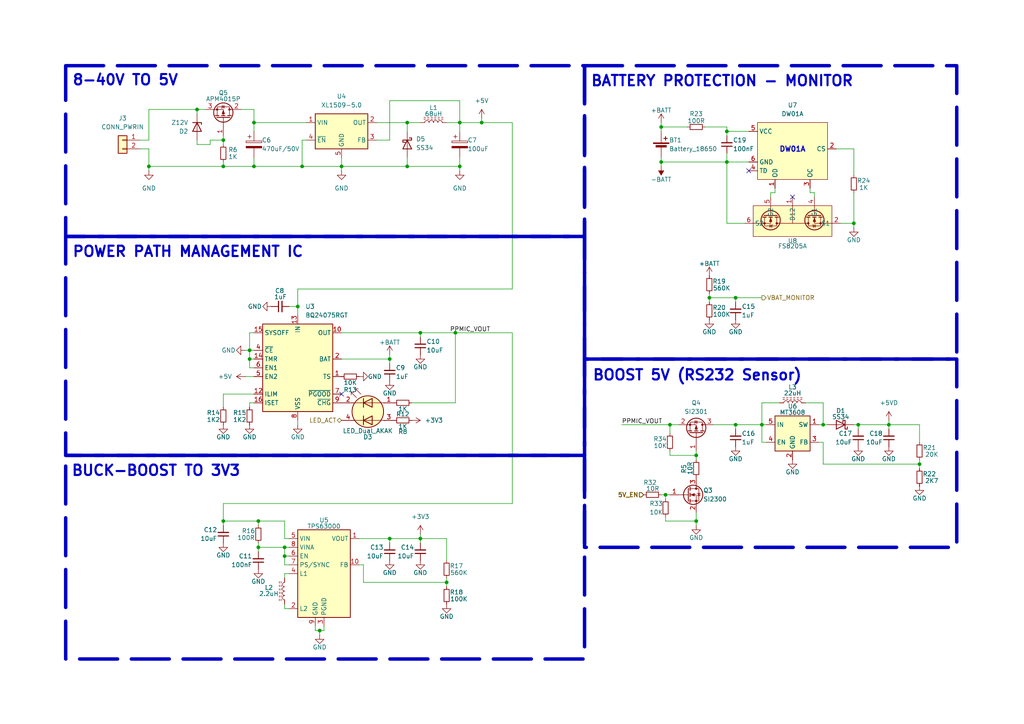
<source format=kicad_sch>
(kicad_sch (version 20231120) (generator "eeschema") (generator_version "8.0")
  (paper "A4")
  (lib_symbols
    (symbol "Battery_Management:BQ24075RGT"
      (property "Reference" "U" (at -8.89 13.97 0))
      (property "Value" "BQ24075RGT" (at 16.51 13.97 0))
      (symbol "BQ24075RGT_1_1"
        (pin passive line (at 12.7 -2.54 180) (length 2.54) (name "TS") (number "1"))
        (pin power_out line (at 12.7 10.16 180) (length 2.54) (name "OUT") (number "10"))
        (pin passive line (at 12.7 10.16 180) (length 2.54) hide (name "OUT") (number "11"))
        (pin passive line (at -12.7 -7.62 0) (length 2.54) (name "ILIM") (number "12"))
        (pin power_in line (at 0 15.24 270) (length 2.54) (name "IN") (number "13"))
        (pin input line (at -12.7 2.54 0) (length 2.54) (name "TMR") (number "14"))
        (pin input line (at -12.7 10.16 0) (length 2.54) (name "SYSOFF") (number "15"))
        (pin passive line (at -12.7 -10.16 0) (length 2.54) (name "ISET") (number "16"))
        (pin passive line (at 0 -15.24 90) (length 2.54) hide (name "VSS") (number "17"))
        (pin power_out line (at 12.7 2.54 180) (length 2.54) (name "BAT") (number "2"))
        (pin passive line (at 12.7 2.54 180) (length 2.54) hide (name "BAT") (number "3"))
        (pin input line (at -12.7 5.08 0) (length 2.54) (name "~{CE}") (number "4"))
        (pin input line (at -12.7 -2.54 0) (length 2.54) (name "EN2") (number "5"))
        (pin input line (at -12.7 0 0) (length 2.54) (name "EN1") (number "6"))
        (pin open_collector line (at 12.7 -7.62 180) (length 2.54) (name "~{PGOOD}") (number "7"))
        (pin power_in line (at 0 -15.24 90) (length 2.54) (name "VSS") (number "8"))
        (pin open_collector line (at 12.7 -10.16 180) (length 2.54) (name "~{CHG}") (number "9"))
      )
    )
    (symbol "Connector_Generic:Conn_01x02" (pin_names (offset 1.016) hide)
      (property "Reference" "J" (at 0 2.54 0))
      (property "Value" "Conn_01x02" (at 0 -5.08 0))
      (symbol "Conn_01x02_1_1"
        (pin passive line (at -5.08 0 0) (length 3.81) (name "Pin_1") (number "1"))
        (pin passive line (at -5.08 -2.54 0) (length 3.81) (name "Pin_2") (number "2"))
      )
    )
    (symbol "Device:Battery_Cell" (pin_numbers hide) (pin_names (offset 0) hide)
      (property "Reference" "BT" (at 2.54 2.54 0))
      (property "Value" "Battery_Cell" (at 2.54 0 0))
      (symbol "Battery_Cell_1_1"
        (pin passive line (at 0 5.08 270) (length 2.54) (name "+") (number "1"))
        (pin passive line (at 0 -2.54 90) (length 2.54) (name "-") (number "2"))
      )
    )
    (symbol "Device:C_Polarized" (pin_numbers hide) (pin_names (offset 0.254))
      (property "Reference" "C" (at 0.635 2.54 0))
      (property "Value" "C_Polarized" (at 0.635 -2.54 0))
      (symbol "C_Polarized_1_1"
        (pin passive line (at 0 3.81 270) (length 2.794) (name "~") (number "1"))
        (pin passive line (at 0 -3.81 90) (length 2.794) (name "~") (number "2"))
      )
    )
    (symbol "Device:C_Small" (pin_numbers hide) (pin_names (offset 0.254) hide)
      (property "Reference" "C" (at 0.254 1.778 0))
      (property "Value" "C_Small" (at 0.254 -2.032 0))
      (symbol "C_Small_1_1"
        (pin passive line (at 0 2.54 270) (length 2.032) (name "~") (number "1"))
        (pin passive line (at 0 -2.54 90) (length 2.032) (name "~") (number "2"))
      )
    )
    (symbol "Device:LED_Dual_AKAK" (pin_names (offset 0) hide)
      (property "Reference" "D" (at 0 5.715 0))
      (property "Value" "LED_Dual_AKAK" (at 0 -6.35 0))
      (symbol "LED_Dual_AKAK_1_1"
        (pin input line (at -7.62 2.54 0) (length 3.048) (name "A1") (number "1"))
        (pin input line (at 7.62 2.54 180) (length 3.81) (name "K1") (number "2"))
        (pin input line (at -7.62 -2.54 0) (length 3.048) (name "A2") (number "3"))
        (pin input line (at 7.62 -2.54 180) (length 3.81) (name "K2") (number "4"))
      )
    )
    (symbol "Device:L_Ferrite" (pin_numbers hide) (pin_names (offset 1.016) hide)
      (property "Reference" "L" (at -1.27 0 90))
      (property "Value" "L_Ferrite" (at 2.794 0 90))
      (symbol "L_Ferrite_1_1"
        (pin passive line (at 0 3.81 270) (length 1.27) (name "1") (number "1"))
        (pin passive line (at 0 -3.81 90) (length 1.27) (name "2") (number "2"))
      )
    )
    (symbol "Device:R_Small" (pin_numbers hide) (pin_names (offset 0.254) hide)
      (property "Reference" "R" (at 0.762 0.508 0))
      (property "Value" "R_Small" (at 0.762 -1.016 0))
      (symbol "R_Small_1_1"
        (pin passive line (at 0 2.54 270) (length 0.762) (name "~") (number "1"))
        (pin passive line (at 0 -2.54 90) (length 0.762) (name "~") (number "2"))
      )
    )
    (symbol "Diode:BZV55B12" (pin_numbers hide) (pin_names hide)
      (property "Reference" "D" (at 0 2.54 0))
      (property "Value" "BZV55B12" (at 0 -2.54 0))
      (symbol "BZV55B12_1_1"
        (pin passive line (at -3.81 0 0) (length 2.54) (name "K") (number "1"))
        (pin passive line (at 3.81 0 180) (length 2.54) (name "A") (number "2"))
      )
    )
    (symbol "Diode:SS34" (pin_numbers hide) (pin_names (offset 1.016) hide)
      (property "Reference" "D" (at 0 2.54 0))
      (property "Value" "SS34" (at 0 -2.54 0))
      (symbol "SS34_1_1"
        (pin passive line (at -3.81 0 0) (length 2.54) (name "K") (number "1"))
        (pin passive line (at 3.81 0 180) (length 2.54) (name "A") (number "2"))
      )
    )
    (symbol "Libraries:DW01A"
      (property "Reference" "U" (at 0 11.43 0))
      (property "Value" "DW01A" (at 0 8.89 0))
      (symbol "DW01A_1_1"
        (text "DW01A" (at 0 0 0) (effects (font (size 1.5 1.5) (bold yes))))
        (pin output line (at -5.08 -11.43 90) (length 2.54) (name "OD") (number "1"))
        (pin output line (at 12.7 0 180) (length 2.54) (name "CS") (number "2"))
        (pin output line (at 5.08 -11.43 90) (length 2.54) (name "OC") (number "3"))
        (pin input line (at -12.7 -6.35 0) (length 2.54) (name "TD") (number "4"))
        (pin power_in line (at -12.7 5.08 0) (length 2.54) (name "VCC") (number "5"))
        (pin power_in line (at -12.7 -3.81 0) (length 2.54) (name "GND") (number "6"))
      )
    )
    (symbol "Libraries:FS8205A"
      (property "Reference" "U" (at 0 9.906 0))
      (property "Value" "FS8205A" (at 0 -5.08 0))
      (symbol "FS8205A_1_1"
        (pin passive line (at 0 7.62 270) (length 2.54) (name "D12") (number "1"))
        (pin passive line (at -13.97 0 0) (length 2.54) (name "S1") (number "2"))
        (pin passive line (at -13.97 0 0) (length 2.54) hide (name "S1") (number "3"))
        (pin input line (at -6.35 7.62 270) (length 2.54) (name "G1") (number "4"))
        (pin input line (at 6.35 7.62 270) (length 2.54) (name "G2") (number "5"))
        (pin passive line (at 13.97 0 180) (length 2.54) (name "S2") (number "6"))
        (pin passive line (at 13.97 0 180) (length 2.54) hide (name "S2") (number "7"))
        (pin passive line (at 0 7.62 270) (length 2.54) hide (name "D12") (number "8"))
      )
    )
    (symbol "Regulator_Switching:MT3608"
      (property "Reference" "U" (at -2.54 8.89 0))
      (property "Value" "MT3608" (at -3.81 6.35 0))
      (symbol "MT3608_1_1"
        (pin passive line (at 7.62 2.54 180) (length 2.54) (name "SW") (number "1"))
        (pin power_in line (at 0 -7.62 90) (length 2.54) (name "GND") (number "2"))
        (pin input line (at 7.62 -2.54 180) (length 2.54) (name "FB") (number "3"))
        (pin input line (at -7.62 -2.54 0) (length 2.54) (name "EN") (number "4"))
        (pin power_in line (at -7.62 2.54 0) (length 2.54) (name "IN") (number "5"))
        (pin no_connect line (at 5.08 0 180) (length 2.54) hide (name "NC") (number "6"))
      )
    )
    (symbol "Regulator_Switching:TPS63000"
      (property "Reference" "U" (at -7.62 13.97 0))
      (property "Value" "TPS63000" (at 5.08 13.97 0))
      (symbol "TPS63000_1_1"
        (pin power_out line (at 10.16 10.16 180) (length 2.54) (name "VOUT") (number "1"))
        (pin input line (at 10.16 2.54 180) (length 2.54) (name "FB") (number "10"))
        (pin passive line (at 0 -15.24 90) (length 2.54) hide (name "PGND") (number "11"))
        (pin input line (at -10.16 -10.16 0) (length 2.54) (name "L2") (number "2"))
        (pin power_in line (at 0 -15.24 90) (length 2.54) (name "PGND") (number "3"))
        (pin input line (at -10.16 0 0) (length 2.54) (name "L1") (number "4"))
        (pin power_in line (at -10.16 10.16 0) (length 2.54) (name "VIN") (number "5"))
        (pin input line (at -10.16 5.08 0) (length 2.54) (name "EN") (number "6"))
        (pin input line (at -10.16 2.54 0) (length 2.54) (name "PS/SYNC") (number "7"))
        (pin power_in line (at -10.16 7.62 0) (length 2.54) (name "VINA") (number "8"))
        (pin power_in line (at -2.54 -15.24 90) (length 2.54) (name "GND") (number "9"))
      )
    )
    (symbol "Regulator_Switching:XL1509-5.0"
      (property "Reference" "U" (at -7.112 6.096 0))
      (property "Value" "XL1509-5.0" (at 5.842 6.096 0))
      (symbol "XL1509-5.0_1_1"
        (pin power_in line (at -10.16 2.54 0) (length 2.54) (name "VIN") (number "1"))
        (pin power_out line (at 10.16 2.54 180) (length 2.54) (name "OUT") (number "2"))
        (pin input line (at 10.16 -2.54 180) (length 2.54) (name "FB") (number "3"))
        (pin input line (at -10.16 -2.54 0) (length 2.54) (name "~{EN}") (number "4"))
        (pin power_in line (at 0 -7.62 90) (length 2.54) (name "GND") (number "5"))
        (pin passive line (at 0 -7.62 90) (length 2.54) hide (name "GND") (number "6"))
        (pin passive line (at 0 -7.62 90) (length 2.54) hide (name "GND") (number "7"))
        (pin passive line (at 0 -7.62 90) (length 2.54) hide (name "GND") (number "8"))
      )
    )
    (symbol "Transistor_FET:2N7002" (pin_names hide)
      (property "Reference" "Q" (at 5.08 1.905 0))
      (property "Value" "2N7002" (at 5.08 0 0))
      (symbol "2N7002_1_1"
        (pin input line (at -5.08 0 0) (length 2.54) (name "G") (number "1"))
        (pin passive line (at 2.54 -5.08 90) (length 2.54) (name "S") (number "2"))
        (pin passive line (at 2.54 5.08 270) (length 2.54) (name "D") (number "3"))
      )
    )
    (symbol "Transistor_FET:AO3401A" (pin_names hide)
      (property "Reference" "Q" (at 5.08 1.905 0))
      (property "Value" "AO3401A" (at 5.08 0 0))
      (symbol "AO3401A_1_1"
        (pin input line (at -5.08 0 0) (length 2.54) (name "G") (number "1"))
        (pin passive line (at 2.54 -5.08 90) (length 2.54) (name "S") (number "2"))
        (pin passive line (at 2.54 5.08 270) (length 2.54) (name "D") (number "3"))
      )
    )
    (symbol "Transistor_FET:SUD50P04-08" (pin_names hide)
      (property "Reference" "Q" (at 4.953 1.905 0))
      (property "Value" "SUD50P04-08" (at 4.953 0 0))
      (symbol "SUD50P04-08_1_1"
        (pin input line (at -5.08 0 0) (length 2.54) (name "G") (number "1"))
        (pin passive line (at 2.54 5.08 270) (length 2.54) (name "D") (number "2"))
        (pin passive line (at 2.54 -5.08 90) (length 2.54) (name "S") (number "3"))
      )
    )
    (symbol "power:+3V3" (power) (pin_numbers hide) (pin_names (offset 0) hide)
      (property "Value" "+3V3" (at 0 3.556 0))
      (symbol "+3V3_1_1"
        (pin power_in line (at 0 0 90) (length 0) (name "~") (number "1"))
      )
    )
    (symbol "power:+5V" (power) (pin_numbers hide) (pin_names (offset 0) hide)
      (property "Value" "+5V" (at 0 3.556 0))
      (symbol "+5V_1_1"
        (pin power_in line (at 0 0 90) (length 0) (name "~") (number "1"))
      )
    )
    (symbol "power:+5VD" (power) (pin_numbers hide) (pin_names (offset 0) hide)
      (property "Value" "+5VD" (at 0 3.556 0))
      (symbol "+5VD_1_1"
        (pin power_in line (at 0 0 90) (length 0) (name "~") (number "1"))
      )
    )
    (symbol "power:+BATT" (power) (pin_numbers hide) (pin_names (offset 0) hide)
      (property "Value" "+BATT" (at 0 3.556 0))
      (symbol "+BATT_1_1"
        (pin power_in line (at 0 0 90) (length 0) (name "~") (number "1"))
      )
    )
    (symbol "power:-BATT" (power) (pin_numbers hide) (pin_names (offset 0) hide)
      (property "Value" "-BATT" (at 0 3.556 0))
      (symbol "-BATT_1_1"
        (pin power_in line (at 0 0 90) (length 0) (name "~") (number "1"))
      )
    )
    (symbol "power:GND" (power) (pin_numbers hide) (pin_names (offset 0) hide)
      (property "Value" "GND" (at 0 -3.81 0))
      (symbol "GND_1_1"
        (pin power_in line (at 0 0 270) (length 0) (name "~") (number "1"))
      )
    )
  )
  (junction (at 201.93 151.13))
  (junction (at 74.93 158.75))
  (junction (at 210.82 38.1))
  (junction (at 247.65 64.77))
  (junction (at 74.93 151.13))
  (junction (at 64.77 48.26))
  (junction (at 194.31 123.19))
  (junction (at 82.55 161.29))
  (junction (at 266.7 134.62))
  (junction (at 72.39 101.6))
  (junction (at 92.71 182.88))
  (junction (at 118.11 48.26))
  (junction (at 220.98 123.19))
  (junction (at 64.77 151.13))
  (junction (at 113.03 104.14))
  (junction (at 205.74 86.36))
  (junction (at 257.81 123.19))
  (junction (at 132.08 96.52))
  (junction (at 193.04 143.51))
  (junction (at 248.92 123.19))
  (junction (at 121.92 156.21))
  (junction (at 210.82 46.99))
  (junction (at 129.54 168.91))
  (junction (at 118.11 35.56))
  (junction (at 113.03 156.21))
  (junction (at 133.35 35.56))
  (junction (at 191.77 36.83))
  (junction (at 57.15 31.75))
  (junction (at 213.36 86.36))
  (junction (at 64.77 40.64))
  (junction (at 121.92 96.52))
  (junction (at 133.35 48.26))
  (junction (at 99.06 48.26))
  (junction (at 139.7 35.56))
  (junction (at 87.63 48.26))
  (junction (at 73.66 35.56))
  (junction (at 201.93 132.08))
  (junction (at 43.18 48.26))
  (junction (at 82.55 158.75))
  (junction (at 72.39 104.14))
  (junction (at 213.36 123.19))
  (junction (at 238.76 123.19))
  (junction (at 191.77 46.99))
  (junction (at 86.36 88.9))
  (junction (at 73.66 48.26))
  (no_connect (at 217.17 49.53))
  (no_connect (at 229.87 57.15))
  (no_connect (at 99.06 114.3))
  (wire (pts (xy 82.55 163.83) (xy 82.55 161.29)))
  (wire (pts (xy 199.39 36.83) (xy 191.77 36.83)))
  (wire (pts (xy 205.74 86.36) (xy 205.74 87.63)))
  (wire (pts (xy 43.18 48.26) (xy 64.77 48.26)))
  (wire (pts (xy 74.93 157.48) (xy 74.93 158.75)))
  (wire (pts (xy 91.44 182.88) (xy 92.71 182.88)))
  (wire (pts (xy 213.36 86.36) (xy 220.98 86.36)))
  (wire (pts (xy 74.93 151.13) (xy 82.55 151.13)))
  (wire (pts (xy 92.71 182.88) (xy 92.71 184.15)))
  (wire (pts (xy 43.18 31.75) (xy 57.15 31.75)))
  (wire (pts (xy 210.82 38.1) (xy 210.82 39.37)))
  (wire (pts (xy 82.55 161.29) (xy 82.55 158.75)))
  (wire (pts (xy 201.93 148.59) (xy 201.93 151.13)))
  (wire (pts (xy 220.98 128.27) (xy 222.25 128.27)))
  (wire (pts (xy 207.01 123.19) (xy 213.36 123.19)))
  (wire (pts (xy 74.93 158.75) (xy 82.55 158.75)))
  (wire (pts (xy 257.81 124.46) (xy 257.81 123.19)))
  (wire (pts (xy 139.7 34.29) (xy 139.7 35.56)))
  (wire (pts (xy 238.76 123.19) (xy 237.49 123.19)))
  (wire (pts (xy 238.76 128.27) (xy 238.76 134.62)))
  (wire (pts (xy 226.06 116.84) (xy 220.98 116.84)))
  (wire (pts (xy 113.03 40.64) (xy 109.22 40.64)))
  (wire (pts (xy 240.03 123.19) (xy 238.76 123.19)))
  (wire (pts (xy 99.06 96.52) (xy 121.92 96.52)))
  (wire (pts (xy 86.36 88.9) (xy 83.82 88.9)))
  (wire (pts (xy 60.96 40.64) (xy 64.77 40.64)))
  (wire (pts (xy 105.41 168.91) (xy 105.41 163.83)))
  (wire (pts (xy 129.54 156.21) (xy 121.92 156.21)))
  (wire (pts (xy 71.12 109.22) (xy 73.66 109.22)))
  (wire (pts (xy 74.93 152.4) (xy 74.93 151.13)))
  (wire (pts (xy 99.06 45.72) (xy 99.06 48.26)))
  (wire (pts (xy 213.36 123.19) (xy 213.36 124.46)))
  (wire (pts (xy 87.63 40.64) (xy 87.63 48.26)))
  (wire (pts (xy 238.76 116.84) (xy 238.76 123.19)))
  (wire (pts (xy 217.17 38.1) (xy 210.82 38.1)))
  (wire (pts (xy 99.06 48.26) (xy 99.06 49.53)))
  (wire (pts (xy 236.22 55.88) (xy 234.95 55.88)))
  (wire (pts (xy 113.03 104.14) (xy 113.03 105.41)))
  (wire (pts (xy 139.7 35.56) (xy 133.35 35.56)))
  (wire (pts (xy 257.81 123.19) (xy 248.92 123.19)))
  (wire (pts (xy 132.08 96.52) (xy 148.59 96.52)))
  (wire (pts (xy 133.35 38.1) (xy 133.35 35.56)))
  (wire (pts (xy 129.54 168.91) (xy 129.54 170.18)))
  (wire (pts (xy 193.04 143.51) (xy 194.31 143.51)))
  (wire (pts (xy 129.54 167.64) (xy 129.54 168.91)))
  (wire (pts (xy 64.77 146.05) (xy 64.77 151.13)))
  (wire (pts (xy 121.92 157.48) (xy 121.92 156.21)))
  (wire (pts (xy 180.34 123.19) (xy 194.31 123.19)))
  (wire (pts (xy 132.08 96.52) (xy 132.08 116.84)))
  (wire (pts (xy 72.39 104.14) (xy 73.66 104.14)))
  (wire (pts (xy 72.39 101.6) (xy 72.39 104.14)))
  (wire (pts (xy 129.54 35.56) (xy 133.35 35.56)))
  (wire (pts (xy 194.31 130.81) (xy 194.31 132.08)))
  (wire (pts (xy 113.03 29.21) (xy 113.03 40.64)))
  (wire (pts (xy 210.82 36.83) (xy 210.82 38.1)))
  (wire (pts (xy 88.9 40.64) (xy 87.63 40.64)))
  (wire (pts (xy 64.77 151.13) (xy 74.93 151.13)))
  (wire (pts (xy 83.82 163.83) (xy 82.55 163.83)))
  (wire (pts (xy 257.81 121.92) (xy 257.81 123.19)))
  (wire (pts (xy 64.77 151.13) (xy 64.77 152.4)))
  (wire (pts (xy 73.66 106.68) (xy 72.39 106.68)))
  (wire (pts (xy 148.59 35.56) (xy 148.59 83.82)))
  (wire (pts (xy 132.08 116.84) (xy 119.38 116.84)))
  (wire (pts (xy 73.66 31.75) (xy 73.66 35.56)))
  (wire (pts (xy 266.7 123.19) (xy 257.81 123.19)))
  (wire (pts (xy 191.77 46.99) (xy 191.77 45.72)))
  (wire (pts (xy 71.12 101.6) (xy 72.39 101.6)))
  (wire (pts (xy 266.7 134.62) (xy 266.7 135.89)))
  (wire (pts (xy 60.96 41.91) (xy 60.96 40.64)))
  (wire (pts (xy 217.17 46.99) (xy 210.82 46.99)))
  (wire (pts (xy 64.77 114.3) (xy 64.77 118.11)))
  (wire (pts (xy 40.64 43.18) (xy 43.18 43.18)))
  (wire (pts (xy 64.77 46.99) (xy 64.77 48.26)))
  (wire (pts (xy 73.66 35.56) (xy 88.9 35.56)))
  (wire (pts (xy 201.93 133.35) (xy 201.93 132.08)))
  (wire (pts (xy 69.85 31.75) (xy 73.66 31.75)))
  (wire (pts (xy 104.14 156.21) (xy 113.03 156.21)))
  (wire (pts (xy 43.18 31.75) (xy 43.18 40.64)))
  (wire (pts (xy 210.82 46.99) (xy 191.77 46.99)))
  (wire (pts (xy 194.31 123.19) (xy 194.31 125.73)))
  (wire (pts (xy 201.93 151.13) (xy 201.93 152.4)))
  (wire (pts (xy 82.55 175.26) (xy 82.55 176.53)))
  (wire (pts (xy 266.7 133.35) (xy 266.7 134.62)))
  (wire (pts (xy 113.03 156.21) (xy 121.92 156.21)))
  (wire (pts (xy 82.55 156.21) (xy 82.55 151.13)))
  (wire (pts (xy 82.55 166.37) (xy 83.82 166.37)))
  (wire (pts (xy 201.93 132.08) (xy 201.93 130.81)))
  (wire (pts (xy 234.95 55.88) (xy 234.95 54.61)))
  (wire (pts (xy 121.92 96.52) (xy 132.08 96.52)))
  (wire (pts (xy 133.35 45.72) (xy 133.35 48.26)))
  (wire (pts (xy 43.18 48.26) (xy 43.18 49.53)))
  (wire (pts (xy 91.44 181.61) (xy 91.44 182.88)))
  (wire (pts (xy 191.77 143.51) (xy 193.04 143.51)))
  (wire (pts (xy 133.35 29.21) (xy 113.03 29.21)))
  (wire (pts (xy 210.82 46.99) (xy 210.82 44.45)))
  (wire (pts (xy 121.92 154.94) (xy 121.92 156.21)))
  (wire (pts (xy 113.03 102.87) (xy 113.03 104.14)))
  (wire (pts (xy 133.35 35.56) (xy 133.35 29.21)))
  (wire (pts (xy 247.65 55.88) (xy 247.65 64.77)))
  (wire (pts (xy 220.98 123.19) (xy 222.25 123.19)))
  (wire (pts (xy 133.35 48.26) (xy 133.35 49.53)))
  (wire (pts (xy 118.11 35.56) (xy 121.92 35.56)))
  (wire (pts (xy 74.93 158.75) (xy 74.93 160.02)))
  (wire (pts (xy 148.59 146.05) (xy 64.77 146.05)))
  (wire (pts (xy 105.41 163.83) (xy 104.14 163.83)))
  (wire (pts (xy 194.31 132.08) (xy 201.93 132.08)))
  (wire (pts (xy 87.63 48.26) (xy 99.06 48.26)))
  (wire (pts (xy 72.39 106.68) (xy 72.39 104.14)))
  (wire (pts (xy 213.36 87.63) (xy 213.36 86.36)))
  (wire (pts (xy 86.36 91.44) (xy 86.36 88.9)))
  (wire (pts (xy 139.7 35.56) (xy 148.59 35.56)))
  (wire (pts (xy 191.77 46.99) (xy 191.77 48.26)))
  (wire (pts (xy 193.04 151.13) (xy 201.93 151.13)))
  (wire (pts (xy 148.59 83.82) (xy 86.36 83.82)))
  (wire (pts (xy 247.65 123.19) (xy 248.92 123.19)))
  (wire (pts (xy 73.66 96.52) (xy 72.39 96.52)))
  (wire (pts (xy 236.22 57.15) (xy 236.22 55.88)))
  (wire (pts (xy 213.36 86.36) (xy 205.74 86.36)))
  (wire (pts (xy 73.66 114.3) (xy 64.77 114.3)))
  (wire (pts (xy 93.98 182.88) (xy 93.98 181.61)))
  (wire (pts (xy 220.98 116.84) (xy 220.98 123.19)))
  (wire (pts (xy 118.11 35.56) (xy 118.11 38.1)))
  (wire (pts (xy 57.15 41.91) (xy 57.15 40.64)))
  (wire (pts (xy 57.15 31.75) (xy 59.69 31.75)))
  (wire (pts (xy 193.04 149.86) (xy 193.04 151.13)))
  (wire (pts (xy 238.76 134.62) (xy 266.7 134.62)))
  (wire (pts (xy 86.36 83.82) (xy 86.36 88.9)))
  (wire (pts (xy 82.55 176.53) (xy 83.82 176.53)))
  (wire (pts (xy 121.92 96.52) (xy 121.92 97.79)))
  (wire (pts (xy 72.39 118.11) (xy 72.39 116.84)))
  (wire (pts (xy 191.77 36.83) (xy 191.77 38.1)))
  (wire (pts (xy 266.7 128.27) (xy 266.7 123.19)))
  (wire (pts (xy 247.65 64.77) (xy 243.84 64.77)))
  (wire (pts (xy 133.35 48.26) (xy 118.11 48.26)))
  (wire (pts (xy 237.49 128.27) (xy 238.76 128.27)))
  (wire (pts (xy 247.65 50.8) (xy 247.65 43.18)))
  (wire (pts (xy 72.39 116.84) (xy 73.66 116.84)))
  (wire (pts (xy 224.79 54.61) (xy 224.79 55.88)))
  (wire (pts (xy 193.04 144.78) (xy 193.04 143.51)))
  (wire (pts (xy 73.66 35.56) (xy 73.66 38.1)))
  (wire (pts (xy 248.92 123.19) (xy 248.92 124.46)))
  (wire (pts (xy 224.79 55.88) (xy 223.52 55.88)))
  (wire (pts (xy 82.55 167.64) (xy 82.55 166.37)))
  (wire (pts (xy 83.82 156.21) (xy 82.55 156.21)))
  (wire (pts (xy 148.59 96.52) (xy 148.59 146.05)))
  (wire (pts (xy 40.64 40.64) (xy 43.18 40.64)))
  (wire (pts (xy 247.65 64.77) (xy 247.65 66.04)))
  (wire (pts (xy 83.82 161.29) (xy 82.55 161.29)))
  (wire (pts (xy 220.98 123.19) (xy 220.98 128.27)))
  (wire (pts (xy 233.68 116.84) (xy 238.76 116.84)))
  (wire (pts (xy 210.82 64.77) (xy 210.82 46.99)))
  (wire (pts (xy 73.66 101.6) (xy 72.39 101.6)))
  (wire (pts (xy 86.36 123.19) (xy 86.36 121.92)))
  (wire (pts (xy 223.52 55.88) (xy 223.52 57.15)))
  (wire (pts (xy 82.55 158.75) (xy 83.82 158.75)))
  (wire (pts (xy 109.22 35.56) (xy 118.11 35.56)))
  (wire (pts (xy 204.47 36.83) (xy 210.82 36.83)))
  (wire (pts (xy 194.31 123.19) (xy 196.85 123.19)))
  (wire (pts (xy 129.54 168.91) (xy 105.41 168.91)))
  (wire (pts (xy 64.77 40.64) (xy 64.77 41.91)))
  (wire (pts (xy 64.77 39.37) (xy 64.77 40.64)))
  (wire (pts (xy 64.77 48.26) (xy 73.66 48.26)))
  (wire (pts (xy 73.66 45.72) (xy 73.66 48.26)))
  (wire (pts (xy 57.15 33.02) (xy 57.15 31.75)))
  (wire (pts (xy 118.11 48.26) (xy 99.06 48.26)))
  (wire (pts (xy 99.06 104.14) (xy 113.03 104.14)))
  (wire (pts (xy 129.54 162.56) (xy 129.54 156.21)))
  (wire (pts (xy 213.36 123.19) (xy 220.98 123.19)))
  (wire (pts (xy 118.11 45.72) (xy 118.11 48.26)))
  (wire (pts (xy 113.03 156.21) (xy 113.03 157.48)))
  (wire (pts (xy 247.65 43.18) (xy 242.57 43.18)))
  (wire (pts (xy 215.9 64.77) (xy 210.82 64.77)))
  (wire (pts (xy 72.39 96.52) (xy 72.39 101.6)))
  (wire (pts (xy 57.15 41.91) (xy 60.96 41.91)))
  (wire (pts (xy 73.66 48.26) (xy 87.63 48.26)))
  (wire (pts (xy 205.74 85.09) (xy 205.74 86.36)))
  (wire (pts (xy 92.71 182.88) (xy 93.98 182.88)))
  (wire (pts (xy 43.18 43.18) (xy 43.18 48.26)))
  (wire (pts (xy 191.77 35.56) (xy 191.77 36.83)))
  (rectangle (start 169.545 19.05) (end 277.495 104.14) (stroke (width 1) (type dash)))
  (rectangle (start 19.05 132.08) (end 169.545 191.135) (stroke (width 1) (type dash)))
  (rectangle (start 169.545 104.14) (end 277.495 158.75) (stroke (width 1) (type dash)))
  (rectangle (start 19.05 19.05) (end 169.545 68.58) (stroke (width 1) (type dash)))
  (rectangle (start 19.05 68.58) (end 169.545 132.08) (stroke (width 1) (type dash)))
  (text "BUCK-BOOST TO 3V3" (at 20.574 136.652 0) (effects (font (size 3 3) (thickness 0.6) (bold yes)) (justify left)))
  (text "POWER PATH MANAGEMENT IC" (at 20.828 73.152 0) (effects (font (size 3 3) (thickness 0.6) (bold yes)) (justify left)))
  (text "8-40V TO 5V" (at 20.828 23.368 0) (effects (font (size 3 3) (thickness 0.6) (bold yes)) (justify left)))
  (text "BOOST 5V (RS232 Sensor)" (at 171.704 108.966 0) (effects (font (size 3 3) (thickness 0.6) (bold yes)) (justify left)))
  (text "BATTERY PROTECTION - MONITOR" (at 171.196 23.622 0) (effects (font (size 3 3) (bold yes)) (justify left)))
  (label "PPMIC_VOUT" (at 180.34 123.19 0))
  (label "PPMIC_VOUT" (at 142.24 96.52 180))
  (hierarchical_label "LED_ACT" (shape bidirectional) (at 99.06 121.92 180))
  (hierarchical_label "VBAT_MONITOR" (shape output) (at 220.98 86.36 0))
  (hierarchical_label "5V_EN" (shape input) (at 186.69 143.51 180) (effects (font (bold yes))))
  (symbol (lib_id "power:+BATT") (at 113.03 102.87 0) (unit 1)
    (property "Reference" "#PWR029" (effects (hide yes)))
    (property "Value" "+BATT" (at 113.03 99.314 0))
    (property "Description" "Power symbol creates a global label with name \"+BATT\"" (effects (hide yes)))
  )
  (symbol (lib_id "power:GND") (at 257.81 129.54 0) (mirror y) (unit 1)
    (property "Reference" "#PWR046" (effects (hide yes)))
    (property "Value" "GND" (at 257.81 133.096 0))
    (property "Description" "Power symbol creates a global label with name \"GND\" , ground" (effects (hide yes)))
  )
  (symbol (lib_id "power:GND") (at 266.7 140.97 0) (mirror y) (unit 1)
    (property "Reference" "#PWR048" (effects (hide yes)))
    (property "Value" "GND" (at 266.7 144.526 0))
    (property "Description" "Power symbol creates a global label with name \"GND\" , ground" (effects (hide yes)))
  )
  (symbol (lib_id "power:GND") (at 74.93 165.1 0) (mirror y) (unit 1)
    (property "Reference" "#PWR034" (effects (hide yes)))
    (property "Value" "GND" (at 74.93 168.656 0))
    (property "Description" "Power symbol creates a global label with name \"GND\" , ground" (effects (hide yes)))
  )
  (symbol (lib_id "power:+3V3") (at 121.92 154.94 0) (unit 1)
    (property "Reference" "#PWR039" (effects (hide yes)))
    (property "Value" "+3V3" (at 121.92 149.86 0))
    (property "Description" "Power symbol creates a global label with name \"+3V3\"" (effects (hide yes)))
  )
  (symbol (lib_id "power:+3V3") (at 119.38 121.92 270) (unit 1)
    (property "Reference" "#PWR047" (effects (hide yes)))
    (property "Value" "+3V3" (at 123.19 121.9199 90) (effects (justify left)))
    (property "Description" "Power symbol creates a global label with name \"+3V3\"" (effects (hide yes)))
  )
  (symbol (lib_id "Regulator_Switching:XL1509-5.0") (at 99.06 38.1 0) (unit 1)
    (property "Reference" "U4" (at 99.06 27.94 0))
    (property "Value" "XL1509-5.0" (at 99.06 30.48 0))
    (property "Footprint" "Footprints:SOIC-8" (effects (hide yes)))
    (property "Datasheet" "https://datasheet.lcsc.com/lcsc/1809050422_XLSEMI-XL1509-5-0E1_C61063.pdf" (effects (hide yes)))
    (property "Description" "Buck DC/DC Converter, 2A, 5V Output Voltage, 7-40V Input Voltage" (effects (hide yes)))
  )
  (symbol (lib_id "Device:R_Small") (at 266.7 130.81 0) (mirror y) (unit 1)
    (property "Reference" "R21" (at 269.5575 129.8575 0))
    (property "Value" "20K" (at 270.256 131.826 0))
    (property "Footprint" "Footprints:R_0603" (effects (hide yes)))
    (property "Description" "Resistor, small symbol" (effects (hide yes)))
  )
  (symbol (lib_id "Device:C_Polarized") (at 133.35 41.91 0) (unit 1)
    (property "Reference" "C7" (at 135.636 40.64 0) (effects (justify left)))
    (property "Value" "100uF" (at 135.636 43.18 0) (effects (justify left)))
    (property "Footprint" "Capacitor_SMD:CP_Elec_6.3x7.7" (effects (hide yes)))
    (property "Description" "Polarized capacitor" (effects (hide yes)))
  )
  (symbol (lib_id "power:GND") (at 133.35 49.53 0) (unit 1)
    (property "Reference" "#PWR021" (effects (hide yes)))
    (property "Value" "GND" (at 133.35 54.61 0))
    (property "Description" "Power symbol creates a global label with name \"GND\" , ground" (effects (hide yes)))
  )
  (symbol (lib_id "power:GND") (at 78.74 88.9 270) (unit 1)
    (property "Reference" "#PWR023" (effects (hide yes)))
    (property "Value" "GND" (at 73.914 88.9 90))
    (property "Description" "Power symbol creates a global label with name \"GND\" , ground" (effects (hide yes)))
  )
  (symbol (lib_id "Device:R_Small") (at 129.54 165.1 0) (mirror y) (unit 1)
    (property "Reference" "R17" (at 132.3975 164.1475 0))
    (property "Value" "560K" (at 133.096 166.116 0))
    (property "Footprint" "Footprints:R_0603" (effects (hide yes)))
    (property "Description" "Resistor, small symbol" (effects (hide yes)))
  )
  (symbol (lib_id "Device:R_Small") (at 189.23 143.51 90) (unit 1)
    (property "Reference" "R32" (at 190.5 139.954 90) (effects (justify left)))
    (property "Value" "10R" (at 191.262 141.732 90) (effects (justify left)))
    (property "Footprint" "Footprints:R_0603" (effects (hide yes)))
    (property "Description" "Resistor, small symbol" (effects (hide yes)))
  )
  (symbol (lib_id "power:GND") (at 129.54 175.26 0) (mirror y) (unit 1)
    (property "Reference" "#PWR040" (effects (hide yes)))
    (property "Value" "GND" (at 129.54 178.816 0))
    (property "Description" "Power symbol creates a global label with name \"GND\" , ground" (effects (hide yes)))
  )
  (symbol (lib_id "power:GND") (at 247.65 66.04 0) (mirror y) (unit 1)
    (property "Reference" "#PWR050" (effects (hide yes)))
    (property "Value" "GND" (at 247.65 69.596 0))
    (property "Description" "Power symbol creates a global label with name \"GND\" , ground" (effects (hide yes)))
  )
  (symbol (lib_id "Device:C_Small") (at 113.03 107.95 180) (unit 1)
    (property "Reference" "C9" (at 114.808 106.68 0) (effects (justify right)))
    (property "Value" "1uF" (at 114.808 109.22 0) (effects (justify right)))
    (property "Footprint" "Footprints:C_0603" (effects (hide yes)))
    (property "Description" "Unpolarized capacitor, small symbol" (effects (hide yes)))
  )
  (symbol (lib_id "Battery_Management:BQ24075RGT") (at 86.36 106.68 0) (unit 1)
    (property "Reference" "U3" (at 88.5541 88.9 0) (effects (justify left)))
    (property "Value" "BQ24075RGT" (at 88.5541 91.44 0) (effects (justify left)))
    (property "Footprint" "Footprints:VQFN-16_3x3_PAD-VIAS" (effects (hide yes)))
    (property "Datasheet" "http://www.ti.com/lit/ds/symlink/bq24075.pdf" (effects (hide yes)))
    (property "Description" "USB-Friendly Li-Ion Battery Charger and Power-Path Management, VQFN-16" (effects (hide yes)))
  )
  (symbol (lib_id "Device:R_Small") (at 194.31 128.27 0) (unit 1)
    (property "Reference" "R34" (at 191.4525 127.3175 0))
    (property "Value" "10K" (at 191.516 129.286 0))
    (property "Footprint" "Footprints:R_0603" (effects (hide yes)))
    (property "Description" "Resistor, small symbol" (effects (hide yes)))
  )
  (symbol (lib_id "Device:R_Small") (at 72.39 120.65 0) (unit 1)
    (property "Reference" "R15" (at 69.5325 119.6975 0))
    (property "Value" "1K2" (at 69.5325 121.7295 0))
    (property "Footprint" "Footprints:R_0603" (effects (hide yes)))
    (property "Description" "Resistor, small symbol" (effects (hide yes)))
  )
  (symbol (lib_id "Device:R_Small") (at 193.04 147.32 0) (mirror y) (unit 1)
    (property "Reference" "R33" (at 192.278 146.05 0) (effects (justify left)))
    (property "Value" "10K" (at 192.278 148.59 0) (effects (justify left)))
    (property "Footprint" "Footprints:R_0603" (effects (hide yes)))
    (property "Description" "Resistor, small symbol" (effects (hide yes)))
  )
  (symbol (lib_id "power:GND") (at 205.74 92.71 0) (mirror y) (unit 1)
    (property "Reference" "#PWR024" (effects (hide yes)))
    (property "Value" "GND" (at 205.74 96.266 0))
    (property "Description" "Power symbol creates a global label with name \"GND\" , ground" (effects (hide yes)))
  )
  (symbol (lib_id "power:GND") (at 248.92 129.54 0) (mirror y) (unit 1)
    (property "Reference" "#PWR045" (effects (hide yes)))
    (property "Value" "GND" (at 248.92 133.096 0))
    (property "Description" "Power symbol creates a global label with name \"GND\" , ground" (effects (hide yes)))
  )
  (symbol (lib_id "Regulator_Switching:MT3608") (at 229.87 125.73 0) (unit 1)
    (property "Reference" "U6" (at 229.87 117.856 0))
    (property "Value" "MT3608" (at 229.87 119.634 0))
    (property "Footprint" "Footprints:SOT23-6" (effects (hide yes)))
    (property "Datasheet" "https://www.olimex.com/Products/Breadboarding/BB-PWR-3608/resources/MT3608.pdf" (effects (hide yes)))
    (property "Description" "High Efficiency 1.2MHz 2A Step Up Converter, 2-24V Vin, 28V Vout, 4A current limit, 1.2MHz, SOT23-6" (effects (hide yes)))
  )
  (symbol (lib_id "Device:C_Small") (at 121.92 160.02 0) (mirror x) (unit 1)
    (property "Reference" "C14" (at 120.142 158.75 0) (effects (justify right)))
    (property "Value" "10uF" (at 120.142 161.29 0) (effects (justify right)))
    (property "Footprint" "Footprints:C_0603" (effects (hide yes)))
    (property "Description" "Unpolarized capacitor, small symbol" (effects (hide yes)))
  )
  (symbol (lib_id "power:GND") (at 113.03 110.49 0) (unit 1)
    (property "Reference" "#PWR028" (effects (hide yes)))
    (property "Value" "GND" (at 113.03 114.046 0))
    (property "Description" "Power symbol creates a global label with name \"GND\" , ground" (effects (hide yes)))
  )
  (symbol (lib_id "Device:L_Ferrite") (at 82.55 171.45 180) (unit 1)
    (property "Reference" "L2" (at 77.978 170.434 0))
    (property "Value" "2.2uH" (at 77.978 172.212 0))
    (property "Footprint" "Inductor_SMD:L_Bourns_SRN6045TA" (effects (hide yes)))
    (property "Description" "Inductor with ferrite core" (effects (hide yes)))
  )
  (symbol (lib_id "Transistor_FET:AO3401A") (at 201.93 125.73 270) (mirror x) (unit 1)
    (property "Reference" "Q4" (at 201.93 116.84 90))
    (property "Value" "SI2301" (at 201.93 119.38 90))
    (property "Footprint" "Footprints:SOT23-3" (effects (hide yes)))
    (property "Datasheet" "http://www.aosmd.com/pdfs/datasheet/AO3401A.pdf" (effects (hide yes)))
    (property "Description" "-4.0A Id, -30V Vds, P-Channel MOSFET, SOT-23" (effects (hide yes)))
  )
  (symbol (lib_id "Device:Battery_Cell") (at 191.77 43.18 0) (unit 1)
    (property "Reference" "BT1" (at 194.056 40.64 0) (effects (justify left)))
    (property "Value" "Battery_18650" (at 194.056 43.18 0) (effects (justify left)))
    (property "Footprint" "Footprints:XH_2P_2.54mm_Vertical" (effects (hide yes)))
    (property "Description" "Single-cell battery" (effects (hide yes)))
  )
  (symbol (lib_id "Device:C_Small") (at 74.93 162.56 0) (mirror x) (unit 1)
    (property "Reference" "C11" (at 73.152 161.29 0) (effects (justify right)))
    (property "Value" "100nF" (at 73.152 163.83 0) (effects (justify right)))
    (property "Footprint" "Footprints:C_0603" (effects (hide yes)))
    (property "Description" "Unpolarized capacitor, small symbol" (effects (hide yes)))
  )
  (symbol (lib_id "Connector_Generic:Conn_01x02") (at 35.56 40.64 0) (mirror y) (unit 1)
    (property "Reference" "J3" (at 35.56 34.29 0))
    (property "Value" "CONN_PWRIN" (at 35.56 36.83 0))
    (property "Footprint" "Connector_Phoenix_MC:PhoenixContact_MC_1,5_2-G-3.81_1x02_P3.81mm_Horizontal" (effects (hide yes)))
    (property "Description" "Generic connector, single row, 01x02, script generated (kicad-library-utils/schlib/autogen/connector/)" (effects (hide yes)))
  )
  (symbol (lib_id "Device:C_Polarized") (at 73.66 41.91 0) (unit 1)
    (property "Reference" "C6" (at 75.946 40.64 0) (effects (justify left)))
    (property "Value" "470uF/50V" (at 75.946 43.18 0) (effects (justify left)))
    (property "Footprint" "Capacitor_SMD:CP_Elec_8x10.5" (effects (hide yes)))
    (property "Description" "Polarized capacitor" (effects (hide yes)))
  )
  (symbol (lib_id "Device:C_Small") (at 81.28 88.9 90) (unit 1)
    (property "Reference" "C8" (at 79.756 84.328 90) (effects (justify right)))
    (property "Value" "1uF" (at 79.502 86.106 90) (effects (justify right)))
    (property "Footprint" "Footprints:C_0603" (effects (hide yes)))
    (property "Description" "Unpolarized capacitor, small symbol" (effects (hide yes)))
  )
  (symbol (lib_id "power:+BATT") (at 191.77 35.56 0) (unit 1)
    (property "Reference" "#PWR049" (effects (hide yes)))
    (property "Value" "+BATT" (at 191.77 32.004 0))
    (property "Description" "Power symbol creates a global label with name \"+BATT\"" (effects (hide yes)))
  )
  (symbol (lib_id "Device:R_Small") (at 64.77 120.65 0) (unit 1)
    (property "Reference" "R14" (at 61.9125 119.6975 0))
    (property "Value" "1K2" (at 61.9125 121.7295 0))
    (property "Footprint" "Footprints:R_0603" (effects (hide yes)))
    (property "Description" "Resistor, small symbol" (effects (hide yes)))
  )
  (symbol (lib_id "power:GND") (at 86.36 123.19 0) (unit 1)
    (property "Reference" "#PWR025" (effects (hide yes)))
    (property "Value" "GND" (at 86.36 126.746 0))
    (property "Description" "Power symbol creates a global label with name \"GND\" , ground" (effects (hide yes)))
  )
  (symbol (lib_id "power:GND") (at 104.14 109.22 90) (unit 1)
    (property "Reference" "#PWR027" (effects (hide yes)))
    (property "Value" "GND" (at 108.712 109.22 90))
    (property "Description" "Power symbol creates a global label with name \"GND\" , ground" (effects (hide yes)))
  )
  (symbol (lib_id "Device:L_Ferrite") (at 125.73 35.56 90) (unit 1)
    (property "Reference" "L1" (at 125.73 31.242 90))
    (property "Value" "68uH" (at 125.73 33.02 90))
    (property "Footprint" "Footprints:L_12x12mm_H8mm" (effects (hide yes)))
    (property "Description" "Inductor with ferrite core" (effects (hide yes)))
  )
  (symbol (lib_id "Device:R_Small") (at 74.93 154.94 0) (unit 1)
    (property "Reference" "R16" (at 72.0725 153.9875 0))
    (property "Value" "100R" (at 71.374 155.956 0))
    (property "Footprint" "Footprints:R_0603" (effects (hide yes)))
    (property "Description" "Resistor, small symbol" (effects (hide yes)))
  )
  (symbol (lib_id "power:GND") (at 43.18 49.53 0) (unit 1)
    (property "Reference" "#PWR020" (effects (hide yes)))
    (property "Value" "GND" (at 43.18 54.61 0))
    (property "Description" "Power symbol creates a global label with name \"GND\" , ground" (effects (hide yes)))
  )
  (symbol (lib_id "Device:R_Small") (at 201.93 36.83 90) (mirror x) (unit 1)
    (property "Reference" "R23" (at 201.93 33.02 90))
    (property "Value" "100R" (at 201.93 35.052 90))
    (property "Footprint" "Footprints:R_0603" (effects (hide yes)))
    (property "Description" "Resistor, small symbol" (effects (hide yes)))
  )
  (symbol (lib_id "power:GND") (at 121.92 102.87 0) (unit 1)
    (property "Reference" "#PWR026" (effects (hide yes)))
    (property "Value" "GND" (at 121.92 106.426 0))
    (property "Description" "Power symbol creates a global label with name \"GND\" , ground" (effects (hide yes)))
  )
  (symbol (lib_id "Device:R_Small") (at 64.77 44.45 180) (unit 1)
    (property "Reference" "R6" (at 67.564 43.434 0))
    (property "Value" "1K" (at 67.564 45.466 0))
    (property "Footprint" "Footprints:R_0603" (effects (hide yes)))
    (property "Description" "Resistor, small symbol" (effects (hide yes)))
  )
  (symbol (lib_id "Diode:SS34") (at 118.11 41.91 270) (unit 1)
    (property "Reference" "D5" (at 120.65 40.3224 90) (effects (justify left)))
    (property "Value" "SS34" (at 120.65 42.8624 90) (effects (justify left)))
    (property "Footprint" "Footprints:D_SMA" (effects (hide yes)))
    (property "Datasheet" "https://www.vishay.com/docs/88751/ss32.pdf" (effects (hide yes)))
    (property "Description" "40V 3A Schottky Diode, SMA" (effects (hide yes)))
  )
  (symbol (lib_id "power:+BATT") (at 205.74 80.01 0) (unit 1)
    (property "Reference" "#PWR041" (effects (hide yes)))
    (property "Value" "+BATT" (at 205.74 76.454 0))
    (property "Description" "Power symbol creates a global label with name \"+BATT\"" (effects (hide yes)))
  )
  (symbol (lib_id "Transistor_FET:2N7002") (at 199.39 143.51 0) (unit 1)
    (property "Reference" "Q3" (at 203.962 142.24 0) (effects (justify left)))
    (property "Value" "SI2300" (at 203.962 144.78 0) (effects (justify left)))
    (property "Footprint" "Footprints:SOT23-3" (effects (hide yes)))
    (property "Datasheet" "https://www.onsemi.com/pub/Collateral/NDS7002A-D.PDF" (effects (hide yes)))
    (property "Description" "0.115A Id, 60V Vds, N-Channel MOSFET, SOT-23" (effects (hide yes)))
  )
  (symbol (lib_id "power:GND") (at 213.36 92.71 0) (unit 1)
    (property "Reference" "#PWR042" (effects (hide yes)))
    (property "Value" "GND" (at 213.36 96.266 0))
    (property "Description" "Power symbol creates a global label with name \"GND\" , ground" (effects (hide yes)))
  )
  (symbol (lib_id "Device:C_Small") (at 210.82 41.91 180) (unit 1)
    (property "Reference" "C19" (at 212.598 40.64 0) (effects (justify right)))
    (property "Value" "100nF" (at 212.598 43.18 0) (effects (justify right)))
    (property "Footprint" "Footprints:C_0603" (effects (hide yes)))
    (property "Description" "Unpolarized capacitor, small symbol" (effects (hide yes)))
  )
  (symbol (lib_id "Device:R_Small") (at 201.93 135.89 180) (unit 1)
    (property "Reference" "R5" (at 198.374 134.62 90) (effects (justify left)))
    (property "Value" "10R" (at 200.152 133.858 90) (effects (justify left)))
    (property "Footprint" "Footprints:R_0603" (effects (hide yes)))
    (property "Description" "Resistor, small symbol" (effects (hide yes)))
  )
  (symbol (lib_id "power:GND") (at 229.87 133.35 0) (mirror y) (unit 1)
    (property "Reference" "#PWR043" (effects (hide yes)))
    (property "Value" "GND" (at 229.87 136.906 0))
    (property "Description" "Power symbol creates a global label with name \"GND\" , ground" (effects (hide yes)))
  )
  (symbol (lib_id "power:GND") (at 72.39 123.19 0) (unit 1)
    (property "Reference" "#PWR031" (effects (hide yes)))
    (property "Value" "GND" (at 72.39 126.746 0))
    (property "Description" "Power symbol creates a global label with name \"GND\" , ground" (effects (hide yes)))
  )
  (symbol (lib_id "power:+5VD") (at 257.81 121.92 0) (unit 1)
    (property "Reference" "#PWR017" (effects (hide yes)))
    (property "Value" "+5VD" (at 257.81 116.84 0))
    (property "Description" "Power symbol creates a global label with name \"+5VD\"" (effects (hide yes)))
  )
  (symbol (lib_id "Device:C_Small") (at 121.92 100.33 180) (unit 1)
    (property "Reference" "C10" (at 123.698 99.06 0) (effects (justify right)))
    (property "Value" "10uF" (at 123.698 101.6 0) (effects (justify right)))
    (property "Footprint" "Footprints:C_0603" (effects (hide yes)))
    (property "Description" "Unpolarized capacitor, small symbol" (effects (hide yes)))
  )
  (symbol (lib_id "Libraries:FS8205A") (at 229.87 64.77 0) (mirror y) (unit 1)
    (property "Reference" "U8" (at 229.87 69.85 0))
    (property "Value" "FS8205A" (at 229.87 71.374 0))
    (property "Footprint" "Package_SO:TSSOP-8_4.4x3mm_P0.65mm" (effects (hide yes)))
  )
  (symbol (lib_id "Regulator_Switching:TPS63000") (at 93.98 166.37 0) (unit 1)
    (property "Reference" "U5" (at 93.98 150.876 0))
    (property "Value" "TPS63000" (at 93.98 152.654 0))
    (property "Footprint" "Footprints:DRC-0010J" (effects (hide yes)))
    (property "Datasheet" "http://www.ti.com/lit/ds/symlink/tps63000.pdf" (effects (hide yes)))
    (property "Description" "Buck-Boost Converter, 1.8-5.5V Input Voltage, 1.8A Switch Current, Adjustable 1.2-5.5V Output Voltage, VSON-10" (effects (hide yes)))
  )
  (symbol (lib_id "power:GND") (at 201.93 152.4 0) (mirror y) (unit 1)
    (property "Reference" "#PWR073" (effects (hide yes)))
    (property "Value" "GND" (at 201.93 155.956 0))
    (property "Description" "Power symbol creates a global label with name \"GND\" , ground" (effects (hide yes)))
  )
  (symbol (lib_id "Device:C_Small") (at 213.36 90.17 180) (unit 1)
    (property "Reference" "C15" (at 215.138 88.9 0) (effects (justify right)))
    (property "Value" "1uF" (at 215.138 91.44 0) (effects (justify right)))
    (property "Footprint" "Footprints:C_0603" (effects (hide yes)))
    (property "Description" "Unpolarized capacitor, small symbol" (effects (hide yes)))
  )
  (symbol (lib_id "power:GND") (at 99.06 49.53 0) (unit 1)
    (property "Reference" "#PWR019" (effects (hide yes)))
    (property "Value" "GND" (at 99.06 54.61 0))
    (property "Description" "Power symbol creates a global label with name \"GND\" , ground" (effects (hide yes)))
  )
  (symbol (lib_id "Device:LED_Dual_AKAK") (at 106.68 119.38 0) (mirror y) (unit 1)
    (property "Reference" "D3" (at 106.68 126.746 0))
    (property "Value" "LED_Dual_AKAK" (at 106.68 124.968 0))
    (property "Footprint" "Footprints:LED_HOUSING_LH32K051F" (effects (hide yes)))
    (property "Description" "Dual LED, cathodes on pins 2 and 4" (effects (hide yes)))
  )
  (symbol (lib_id "Libraries:DW01A") (at 229.87 43.18 0) (unit 1)
    (property "Reference" "U7" (at 229.87 30.48 0))
    (property "Value" "DW01A" (at 229.87 33.02 0))
    (property "Footprint" "Footprints:SOT23-6" (effects (hide yes)))
    (property "Datasheet" "https://hmsemi.com/downfile/DW01A.PDF" (effects (hide yes)))
    (property "Description" "Battery protection IC is designed to DW01A\nprotect lithium-ion/polymer battery" (effects (hide yes)))
    (property "LCSC" "C18164398" (effects (hide yes)))
  )
  (symbol (lib_id "Device:C_Small") (at 213.36 127 180) (unit 1)
    (property "Reference" "C16" (at 215.138 125.73 0) (effects (justify right)))
    (property "Value" "1uF" (at 215.138 128.27 0) (effects (justify right)))
    (property "Footprint" "Footprints:C_0603" (effects (hide yes)))
    (property "Description" "Unpolarized capacitor, small symbol" (effects (hide yes)))
  )
  (symbol (lib_id "Device:C_Small") (at 248.92 127 0) (mirror x) (unit 1)
    (property "Reference" "C17" (at 247.142 125.73 0) (effects (justify right)))
    (property "Value" "10uF" (at 247.142 128.27 0) (effects (justify right)))
    (property "Footprint" "Footprints:C_0603" (effects (hide yes)))
    (property "Description" "Unpolarized capacitor, small symbol" (effects (hide yes)))
  )
  (symbol (lib_id "power:GND") (at 92.71 184.15 0) (mirror y) (unit 1)
    (property "Reference" "#PWR035" (effects (hide yes)))
    (property "Value" "GND" (at 92.71 187.706 0))
    (property "Description" "Power symbol creates a global label with name \"GND\" , ground" (effects (hide yes)))
  )
  (symbol (lib_id "Device:C_Small") (at 257.81 127 0) (mirror x) (unit 1)
    (property "Reference" "C18" (at 256.032 125.73 0) (effects (justify right)))
    (property "Value" "10uF" (at 256.032 128.27 0) (effects (justify right)))
    (property "Footprint" "Footprints:C_0603" (effects (hide yes)))
    (property "Description" "Unpolarized capacitor, small symbol" (effects (hide yes)))
  )
  (symbol (lib_id "Device:C_Small") (at 64.77 154.94 0) (mirror x) (unit 1)
    (property "Reference" "C12" (at 62.992 153.67 0) (effects (justify right)))
    (property "Value" "10uF" (at 62.992 156.21 0) (effects (justify right)))
    (property "Footprint" "Footprints:C_0603" (effects (hide yes)))
    (property "Description" "Unpolarized capacitor, small symbol" (effects (hide yes)))
  )
  (symbol (lib_id "Device:R_Small") (at 129.54 172.72 0) (mirror y) (unit 1)
    (property "Reference" "R18" (at 132.3975 171.7675 0))
    (property "Value" "100K" (at 133.096 173.736 0))
    (property "Footprint" "Footprints:R_0603" (effects (hide yes)))
    (property "Description" "Resistor, small symbol" (effects (hide yes)))
  )
  (symbol (lib_id "power:-BATT") (at 191.77 48.26 180) (unit 1)
    (property "Reference" "#PWR051" (effects (hide yes)))
    (property "Value" "-BATT" (at 191.77 52.07 0))
    (property "Description" "Power symbol creates a global label with name \"-BATT\"" (effects (hide yes)))
  )
  (symbol (lib_id "power:GND") (at 71.12 101.6 270) (unit 1)
    (property "Reference" "#PWR032" (effects (hide yes)))
    (property "Value" "GND" (at 66.294 101.6 90))
    (property "Description" "Power symbol creates a global label with name \"GND\" , ground" (effects (hide yes)))
  )
  (symbol (lib_id "Device:R_Small") (at 247.65 53.34 180) (unit 1)
    (property "Reference" "R24" (at 250.5075 52.3875 0))
    (property "Value" "1K" (at 250.5075 54.4195 0))
    (property "Footprint" "Footprints:R_0603" (effects (hide yes)))
    (property "Description" "Resistor, small symbol" (effects (hide yes)))
  )
  (symbol (lib_id "Device:R_Small") (at 205.74 82.55 0) (mirror y) (unit 1)
    (property "Reference" "R19" (at 208.5975 81.5975 0))
    (property "Value" "560K" (at 209.296 83.566 0))
    (property "Footprint" "Footprints:R_0603" (effects (hide yes)))
    (property "Description" "Resistor, small symbol" (effects (hide yes)))
  )
  (symbol (lib_id "Device:R_Small") (at 205.74 90.17 0) (mirror y) (unit 1)
    (property "Reference" "R20" (at 208.5975 89.2175 0))
    (property "Value" "100K" (at 209.296 91.186 0))
    (property "Footprint" "Footprints:R_0603" (effects (hide yes)))
    (property "Description" "Resistor, small symbol" (effects (hide yes)))
  )
  (symbol (lib_id "Device:L_Ferrite") (at 229.87 116.84 90) (unit 1)
    (property "Reference" "L3" (at 229.87 112.268 90))
    (property "Value" "22uH" (at 229.87 114.046 90))
    (property "Footprint" "Inductor_SMD:L_Bourns_SRN6045TA" (effects (hide yes)))
    (property "Description" "Inductor with ferrite core" (effects (hide yes)))
  )
  (symbol (lib_id "power:GND") (at 121.92 162.56 0) (mirror y) (unit 1)
    (property "Reference" "#PWR038" (effects (hide yes)))
    (property "Value" "GND" (at 121.92 166.116 0))
    (property "Description" "Power symbol creates a global label with name \"GND\" , ground" (effects (hide yes)))
  )
  (symbol (lib_id "Device:C_Small") (at 113.03 160.02 0) (mirror x) (unit 1)
    (property "Reference" "C13" (at 111.252 158.75 0) (effects (justify right)))
    (property "Value" "10uF" (at 111.252 161.29 0) (effects (justify right)))
    (property "Footprint" "Footprints:C_0603" (effects (hide yes)))
    (property "Description" "Unpolarized capacitor, small symbol" (effects (hide yes)))
  )
  (symbol (lib_id "Diode:BZV55B12") (at 57.15 36.83 270) (unit 1)
    (property "Reference" "D2" (at 54.61 38.1001 90) (effects (justify right)))
    (property "Value" "Z12V" (at 54.61 35.5601 90) (effects (justify right)))
    (property "Footprint" "Footprints:D_MiniMELF" (effects (hide yes)))
    (property "Datasheet" "https://assets.nexperia.com/documents/data-sheet/BZV55_SER.pdf" (effects (hide yes)))
    (property "Description" "12V, 500mW, 2%, Zener diode, MiniMELF" (effects (hide yes)))
  )
  (symbol (lib_id "Device:R_Small") (at 266.7 138.43 0) (mirror y) (unit 1)
    (property "Reference" "R22" (at 269.5575 137.4775 0))
    (property "Value" "2K7" (at 270.256 139.446 0))
    (property "Footprint" "Footprints:R_0603" (effects (hide yes)))
    (property "Description" "Resistor, small symbol" (effects (hide yes)))
  )
  (symbol (lib_id "Diode:SS34") (at 243.84 123.19 180) (unit 1)
    (property "Reference" "D1" (at 243.84 119.126 0))
    (property "Value" "SS34" (at 243.84 120.904 0))
    (property "Footprint" "Footprints:D_SMA" (effects (hide yes)))
    (property "Datasheet" "https://www.vishay.com/docs/88751/ss32.pdf" (effects (hide yes)))
    (property "Description" "40V 3A Schottky Diode, SMA" (effects (hide yes)))
  )
  (symbol (lib_id "Device:R_Small") (at 116.84 116.84 90) (unit 1)
    (property "Reference" "R12" (at 116.84 120.142 90))
    (property "Value" "1K" (at 116.84 118.618 90))
    (property "Footprint" "Footprints:R_0603" (effects (hide yes)))
    (property "Description" "Resistor, small symbol" (effects (hide yes)))
  )
  (symbol (lib_id "power:GND") (at 213.36 129.54 0) (unit 1)
    (property "Reference" "#PWR044" (effects (hide yes)))
    (property "Value" "GND" (at 213.36 133.096 0))
    (property "Description" "Power symbol creates a global label with name \"GND\" , ground" (effects (hide yes)))
  )
  (symbol (lib_id "Transistor_FET:SUD50P04-08") (at 64.77 34.29 270) (mirror x) (unit 1)
    (property "Reference" "Q5" (at 64.77 26.924 90))
    (property "Value" "APM4015P" (at 64.77 28.702 90))
    (property "Footprint" "Package_TO_SOT_SMD:TO-252-2" (effects (hide yes)))
    (property "Datasheet" "https://www.vishay.com/docs/65594/sud50p04-08.pdf" (effects (hide yes)))
    (property "Description" "-50A Id, -40V Vds, TrenchFET P-Channel Power MOSFET, 8.1mOhm Ron, 159nC Qg, -55 to 150 °C, TO-252-2" (effects (hide yes)))
  )
  (symbol (lib_id "power:+5V") (at 71.12 109.22 90) (unit 1)
    (property "Reference" "#PWR033" (effects (hide yes)))
    (property "Value" "+5V" (at 67.31 109.2199 90) (effects (justify left)))
    (property "Description" "Power symbol creates a global label with name \"+5V\"" (effects (hide yes)))
  )
  (symbol (lib_id "Device:R_Small") (at 101.6 109.22 90) (unit 1)
    (property "Reference" "R13" (at 101.6 113.03 90))
    (property "Value" "10K" (at 101.6 110.998 90))
    (property "Footprint" "Footprints:R_0603" (effects (hide yes)))
    (property "Description" "Resistor, small symbol" (effects (hide yes)))
  )
  (symbol (lib_id "power:GND") (at 113.03 162.56 0) (mirror y) (unit 1)
    (property "Reference" "#PWR037" (effects (hide yes)))
    (property "Value" "GND" (at 113.03 166.116 0))
    (property "Description" "Power symbol creates a global label with name \"GND\" , ground" (effects (hide yes)))
  )
  (symbol (lib_id "power:+5V") (at 139.7 34.29 0) (unit 1)
    (property "Reference" "#PWR022" (effects (hide yes)))
    (property "Value" "+5V" (at 139.7 29.21 0))
    (property "Description" "Power symbol creates a global label with name \"+5V\"" (effects (hide yes)))
  )
  (symbol (lib_id "Device:R_Small") (at 116.84 121.92 90) (unit 1)
    (property "Reference" "R8" (at 116.84 125.222 90))
    (property "Value" "1K" (at 116.84 123.698 90))
    (property "Footprint" "Footprints:R_0603" (effects (hide yes)))
    (property "Description" "Resistor, small symbol" (effects (hide yes)))
  )
  (symbol (lib_id "power:GND") (at 64.77 157.48 0) (mirror y) (unit 1)
    (property "Reference" "#PWR036" (effects (hide yes)))
    (property "Value" "GND" (at 64.77 161.036 0))
    (property "Description" "Power symbol creates a global label with name \"GND\" , ground" (effects (hide yes)))
  )
  (symbol (lib_id "power:GND") (at 64.77 123.19 0) (unit 1)
    (property "Reference" "#PWR030" (effects (hide yes)))
    (property "Value" "GND" (at 64.77 126.746 0))
    (property "Description" "Power symbol creates a global label with name \"GND\" , ground" (effects (hide yes)))
  )
)
</source>
